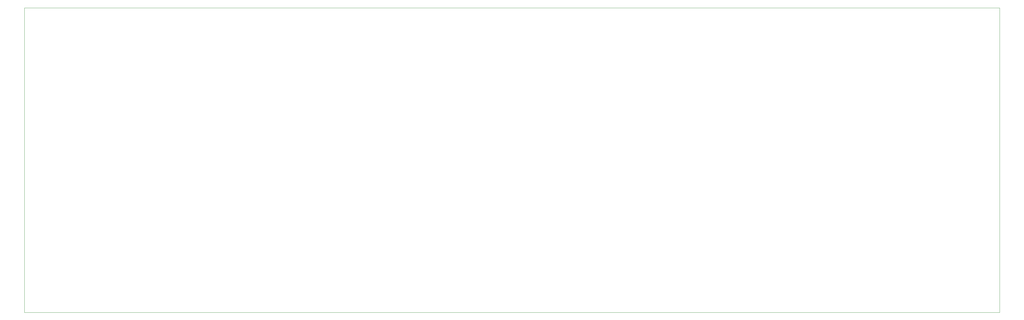
<source format=gbr>
G04 #@! TF.GenerationSoftware,KiCad,Pcbnew,(5.1.4)-1*
G04 #@! TF.CreationDate,2020-02-24T20:41:39-03:00*
G04 #@! TF.ProjectId,TKL2019,544b4c32-3031-4392-9e6b-696361645f70,rev?*
G04 #@! TF.SameCoordinates,Original*
G04 #@! TF.FileFunction,Paste,Top*
G04 #@! TF.FilePolarity,Positive*
%FSLAX46Y46*%
G04 Gerber Fmt 4.6, Leading zero omitted, Abs format (unit mm)*
G04 Created by KiCad (PCBNEW (5.1.4)-1) date 2020-02-24 20:41:39*
%MOMM*%
%LPD*%
G04 APERTURE LIST*
%ADD10C,0.050000*%
G04 APERTURE END LIST*
D10*
X17550000Y-122700000D02*
X322300000Y-122700000D01*
X17550000Y-27450000D02*
X17550000Y-122700000D01*
X322300000Y-27450000D02*
X17550000Y-27450000D01*
X322300000Y-122700000D02*
X322300000Y-27450000D01*
M02*

</source>
